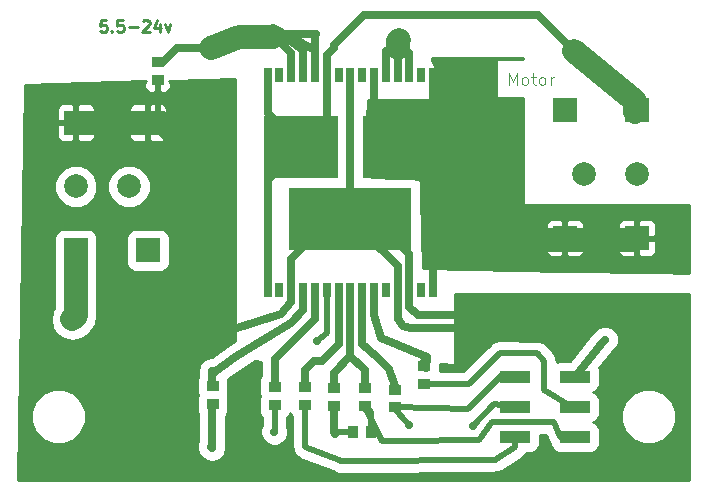
<source format=gtl>
G04 (created by PCBNEW (2013-08-24 BZR 4298)-stable) date Wed 19 Mar 2014 03:55:45 AM PDT*
%MOIN*%
G04 Gerber Fmt 3.4, Leading zero omitted, Abs format*
%FSLAX34Y34*%
G01*
G70*
G90*
G04 APERTURE LIST*
%ADD10C,0.005906*%
%ADD11C,0.004921*%
%ADD12C,0.009843*%
%ADD13R,0.039400X0.035400*%
%ADD14R,0.035400X0.039400*%
%ADD15C,0.078700*%
%ADD16R,0.078700X0.078700*%
%ADD17R,0.100000X0.039000*%
%ADD18R,0.026378X0.051181*%
%ADD19R,0.245276X0.206693*%
%ADD20R,0.405512X0.206693*%
%ADD21C,0.019685*%
%ADD22C,0.027559*%
%ADD23C,0.019685*%
%ADD24C,0.027559*%
%ADD25C,0.078740*%
%ADD26C,0.010000*%
G04 APERTURE END LIST*
G54D10*
G54D11*
X63057Y-38170D02*
X63057Y-37776D01*
X63188Y-38057D01*
X63320Y-37776D01*
X63320Y-38170D01*
X63563Y-38170D02*
X63526Y-38151D01*
X63507Y-38132D01*
X63488Y-38095D01*
X63488Y-37982D01*
X63507Y-37945D01*
X63526Y-37926D01*
X63563Y-37907D01*
X63620Y-37907D01*
X63657Y-37926D01*
X63676Y-37945D01*
X63695Y-37982D01*
X63695Y-38095D01*
X63676Y-38132D01*
X63657Y-38151D01*
X63620Y-38170D01*
X63563Y-38170D01*
X63807Y-37907D02*
X63957Y-37907D01*
X63863Y-37776D02*
X63863Y-38113D01*
X63882Y-38151D01*
X63920Y-38170D01*
X63957Y-38170D01*
X64145Y-38170D02*
X64107Y-38151D01*
X64088Y-38132D01*
X64070Y-38095D01*
X64070Y-37982D01*
X64088Y-37945D01*
X64107Y-37926D01*
X64145Y-37907D01*
X64201Y-37907D01*
X64238Y-37926D01*
X64257Y-37945D01*
X64276Y-37982D01*
X64276Y-38095D01*
X64257Y-38132D01*
X64238Y-38151D01*
X64201Y-38170D01*
X64145Y-38170D01*
X64445Y-38170D02*
X64445Y-37907D01*
X64445Y-37982D02*
X64463Y-37945D01*
X64482Y-37926D01*
X64520Y-37907D01*
X64557Y-37907D01*
G54D12*
X49634Y-36004D02*
X49446Y-36004D01*
X49428Y-36192D01*
X49446Y-36173D01*
X49484Y-36154D01*
X49578Y-36154D01*
X49615Y-36173D01*
X49634Y-36192D01*
X49653Y-36229D01*
X49653Y-36323D01*
X49634Y-36361D01*
X49615Y-36379D01*
X49578Y-36398D01*
X49484Y-36398D01*
X49446Y-36379D01*
X49428Y-36361D01*
X49821Y-36361D02*
X49840Y-36379D01*
X49821Y-36398D01*
X49803Y-36379D01*
X49821Y-36361D01*
X49821Y-36398D01*
X50196Y-36004D02*
X50009Y-36004D01*
X49990Y-36192D01*
X50009Y-36173D01*
X50046Y-36154D01*
X50140Y-36154D01*
X50178Y-36173D01*
X50196Y-36192D01*
X50215Y-36229D01*
X50215Y-36323D01*
X50196Y-36361D01*
X50178Y-36379D01*
X50140Y-36398D01*
X50046Y-36398D01*
X50009Y-36379D01*
X49990Y-36361D01*
X50384Y-36248D02*
X50684Y-36248D01*
X50853Y-36042D02*
X50871Y-36023D01*
X50909Y-36004D01*
X51002Y-36004D01*
X51040Y-36023D01*
X51059Y-36042D01*
X51077Y-36079D01*
X51077Y-36117D01*
X51059Y-36173D01*
X50834Y-36398D01*
X51077Y-36398D01*
X51415Y-36136D02*
X51415Y-36398D01*
X51321Y-35986D02*
X51227Y-36267D01*
X51471Y-36267D01*
X51584Y-36136D02*
X51677Y-36398D01*
X51771Y-36136D01*
G54D13*
X57240Y-48263D03*
X57240Y-48855D03*
X58244Y-48274D03*
X58244Y-48866D03*
X60236Y-48130D03*
X60236Y-47538D03*
X56255Y-48231D03*
X56255Y-48823D03*
X53185Y-48207D03*
X53185Y-48799D03*
X59251Y-48918D03*
X59251Y-48326D03*
X55244Y-48835D03*
X55244Y-48243D03*
G54D14*
X57853Y-49724D03*
X58445Y-49724D03*
G54D13*
X51346Y-37400D03*
X51346Y-37992D03*
G54D15*
X65550Y-41141D03*
G54D16*
X67322Y-43271D03*
X64920Y-43271D03*
X67322Y-39009D03*
X64920Y-39009D03*
G54D15*
X67322Y-41141D03*
G54D17*
X63259Y-47901D03*
X63259Y-48901D03*
X63259Y-49901D03*
X65259Y-49901D03*
X65259Y-48901D03*
X65259Y-47901D03*
G54D15*
X50394Y-41551D03*
G54D16*
X48622Y-39421D03*
X51024Y-39421D03*
X48622Y-43683D03*
X51024Y-43683D03*
G54D15*
X48622Y-41551D03*
G54D18*
X58165Y-37842D03*
X58559Y-37842D03*
X58952Y-37842D03*
X59346Y-37842D03*
X59740Y-37842D03*
X60133Y-37842D03*
X60527Y-37842D03*
X60527Y-45007D03*
X60133Y-45007D03*
X59740Y-45007D03*
X59346Y-45007D03*
X58952Y-45007D03*
X58559Y-45007D03*
X58165Y-45007D03*
X55015Y-45007D03*
X55409Y-45007D03*
X55803Y-45007D03*
X56196Y-45007D03*
X56590Y-45007D03*
X56984Y-45007D03*
X57377Y-45007D03*
X57771Y-45007D03*
X57771Y-37842D03*
X57377Y-37842D03*
X56984Y-37842D03*
X56590Y-37842D03*
X56196Y-37842D03*
X55803Y-37842D03*
X55409Y-37842D03*
X55015Y-37842D03*
G54D19*
X56131Y-40224D03*
X59411Y-40224D03*
G54D20*
X57771Y-42625D03*
G54D21*
X55147Y-39437D03*
X55541Y-39437D03*
X55935Y-39437D03*
X56328Y-39437D03*
X56722Y-39437D03*
X57116Y-39437D03*
X60395Y-39437D03*
X60001Y-39437D03*
X59608Y-39437D03*
X59214Y-39437D03*
X58820Y-39437D03*
X58427Y-39437D03*
X60395Y-39830D03*
X60001Y-39830D03*
X59608Y-39830D03*
X59214Y-39830D03*
X58820Y-39830D03*
X58427Y-39830D03*
X57116Y-39830D03*
X56722Y-39830D03*
X56328Y-39830D03*
X55935Y-39830D03*
X55541Y-39830D03*
X55147Y-39830D03*
X58427Y-40224D03*
X58820Y-40224D03*
X59214Y-40224D03*
X59608Y-40224D03*
X60001Y-40224D03*
X60395Y-40224D03*
X57116Y-40224D03*
X56722Y-40224D03*
X56328Y-40224D03*
X55935Y-40224D03*
X55541Y-40224D03*
X55147Y-40224D03*
X55147Y-40618D03*
X55541Y-40618D03*
X55935Y-40618D03*
X56328Y-40618D03*
X56722Y-40618D03*
X57116Y-40618D03*
X58427Y-40618D03*
X58820Y-40618D03*
X59214Y-40618D03*
X59608Y-40618D03*
X60001Y-40618D03*
X60395Y-40618D03*
X55147Y-41011D03*
X55541Y-41011D03*
X55935Y-41011D03*
X56328Y-41011D03*
X56722Y-41011D03*
X57116Y-41011D03*
X58427Y-41011D03*
X58820Y-41011D03*
X59214Y-41011D03*
X59608Y-41011D03*
X60001Y-41011D03*
X60395Y-41011D03*
X58362Y-41838D03*
X58755Y-41838D03*
X59149Y-41838D03*
X59543Y-41838D03*
X59543Y-42232D03*
X59149Y-42232D03*
X58755Y-42232D03*
X58362Y-42232D03*
X59543Y-42625D03*
X59149Y-42625D03*
X58755Y-42625D03*
X58362Y-42625D03*
X58362Y-43019D03*
X58755Y-43019D03*
X59149Y-43019D03*
X59543Y-43019D03*
X58362Y-43413D03*
X58755Y-43413D03*
X59149Y-43413D03*
X59543Y-43413D03*
X57968Y-43413D03*
X57574Y-43413D03*
X57181Y-43413D03*
X56787Y-43413D03*
X56393Y-43413D03*
X56000Y-43413D03*
X57968Y-43019D03*
X57574Y-43019D03*
X57181Y-43019D03*
X56787Y-43019D03*
X56393Y-43019D03*
X56000Y-43019D03*
X56000Y-42625D03*
X56393Y-42625D03*
X56787Y-42625D03*
X57181Y-42625D03*
X57574Y-42625D03*
X57968Y-42625D03*
X56000Y-42232D03*
X56393Y-42232D03*
X56787Y-42232D03*
X57181Y-42232D03*
X57574Y-42232D03*
X57968Y-42232D03*
X57968Y-41838D03*
X57574Y-41838D03*
X57181Y-41838D03*
X56787Y-41838D03*
X56393Y-41838D03*
X56000Y-41838D03*
G54D22*
X55236Y-49724D03*
X59724Y-49488D03*
X48503Y-45984D03*
X66259Y-46653D03*
X59389Y-36681D03*
X56661Y-46688D03*
X57267Y-49787D03*
X53129Y-36944D03*
X65220Y-37039D03*
X61850Y-49527D03*
X53110Y-50236D03*
G54D23*
X59251Y-48918D02*
X59188Y-48918D01*
X55244Y-49716D02*
X55244Y-48835D01*
X55236Y-49724D02*
X55244Y-49716D01*
X59188Y-48918D02*
X59724Y-49488D01*
X63259Y-47901D02*
X62850Y-47818D01*
X61704Y-48965D02*
X59251Y-48918D01*
X62850Y-47818D02*
X61704Y-48965D01*
G54D24*
X58255Y-48195D02*
X58255Y-47685D01*
X58255Y-47685D02*
X57771Y-47200D01*
X57212Y-47759D02*
X57212Y-48180D01*
X57771Y-47200D02*
X57212Y-47759D01*
X57771Y-45007D02*
X57771Y-47200D01*
G54D23*
X57853Y-49724D02*
X57330Y-49724D01*
X57330Y-49724D02*
X57267Y-49787D01*
G54D25*
X48622Y-43683D02*
X48622Y-45866D01*
X48622Y-45866D02*
X48503Y-45984D01*
G54D24*
X65259Y-47901D02*
X66157Y-46755D01*
X66157Y-46755D02*
X66259Y-46653D01*
G54D25*
X59355Y-36920D02*
X59355Y-36715D01*
X59355Y-36715D02*
X59389Y-36681D01*
G54D24*
X51346Y-37400D02*
X51536Y-37400D01*
X51992Y-36944D02*
X53129Y-36944D01*
X51536Y-37400D02*
X51992Y-36944D01*
G54D23*
X56984Y-45007D02*
X56984Y-46440D01*
X56984Y-46440D02*
X56661Y-46688D01*
G54D24*
X55803Y-37094D02*
X55803Y-37842D01*
X56196Y-37015D02*
X56196Y-37842D01*
X56590Y-37842D02*
X56590Y-37000D01*
X58956Y-37051D02*
X58952Y-37842D01*
X59346Y-37842D02*
X59355Y-36920D01*
X59734Y-37098D02*
X59740Y-37842D01*
G54D25*
X55181Y-36570D02*
X54059Y-36555D01*
X54059Y-36555D02*
X53129Y-36944D01*
G54D24*
X56590Y-37000D02*
X56578Y-37000D01*
X55181Y-36275D02*
X55177Y-36555D01*
X55177Y-36555D02*
X55177Y-36622D01*
X56578Y-37000D02*
X55181Y-36275D01*
X55405Y-36696D02*
X55803Y-37094D01*
X55385Y-36405D02*
X55385Y-36440D01*
X55385Y-36440D02*
X56196Y-37015D01*
X55385Y-36476D02*
X55405Y-36366D01*
X55405Y-36366D02*
X55500Y-36461D01*
X57212Y-49732D02*
X57267Y-49787D01*
X57212Y-48930D02*
X57212Y-49732D01*
X55500Y-36461D02*
X56614Y-36461D01*
X56590Y-37000D02*
X56590Y-36485D01*
X56590Y-36485D02*
X56614Y-36461D01*
X59355Y-36920D02*
X59469Y-36940D01*
X59469Y-36940D02*
X59300Y-36963D01*
X59300Y-36963D02*
X58956Y-37051D01*
X59355Y-36920D02*
X59363Y-36940D01*
X59363Y-36940D02*
X59355Y-36920D01*
X59355Y-36920D02*
X59355Y-36928D01*
X59355Y-36928D02*
X59734Y-37098D01*
X56196Y-45007D02*
X56196Y-45681D01*
X56196Y-45681D02*
X55779Y-46098D01*
X55779Y-46098D02*
X53937Y-47244D01*
X53937Y-47244D02*
X53149Y-47795D01*
X53149Y-47795D02*
X53165Y-48109D01*
X53165Y-47688D02*
X53165Y-48109D01*
X58559Y-45838D02*
X58559Y-45007D01*
X58793Y-46609D02*
X58559Y-45838D01*
X60314Y-47244D02*
X58793Y-46609D01*
X60303Y-47586D02*
X60314Y-47244D01*
X60200Y-47432D02*
X60303Y-47586D01*
X57216Y-36948D02*
X57216Y-36850D01*
G54D25*
X67271Y-38696D02*
X65220Y-37039D01*
X67271Y-38696D02*
X67271Y-39068D01*
G54D24*
X64031Y-35850D02*
X65220Y-37039D01*
X58216Y-35850D02*
X64031Y-35850D01*
X57216Y-36850D02*
X58216Y-35850D01*
X56984Y-37842D02*
X56984Y-39372D01*
X55015Y-37842D02*
X55015Y-39108D01*
X55015Y-39108D02*
X56131Y-40224D01*
X56984Y-37842D02*
X56984Y-37181D01*
X56984Y-37181D02*
X57216Y-36948D01*
X57216Y-36948D02*
X57224Y-36940D01*
X56984Y-39372D02*
X56131Y-40224D01*
X55015Y-45007D02*
X55015Y-41340D01*
X55015Y-41340D02*
X56131Y-40224D01*
G54D25*
X67271Y-43330D02*
X64869Y-43330D01*
X60527Y-43334D02*
X64865Y-43334D01*
G54D23*
X64865Y-43334D02*
X64869Y-43330D01*
G54D24*
X58559Y-37842D02*
X58559Y-39372D01*
X60527Y-37842D02*
X60527Y-39108D01*
X60527Y-45007D02*
X60527Y-43334D01*
X60527Y-43334D02*
X60527Y-41340D01*
X60527Y-41340D02*
X59411Y-40224D01*
X60527Y-39108D02*
X59411Y-40224D01*
X58559Y-39372D02*
X59411Y-40224D01*
G54D23*
X63259Y-48901D02*
X62559Y-48818D01*
X62559Y-48818D02*
X61850Y-49527D01*
X53110Y-50236D02*
X53165Y-50181D01*
X53165Y-50181D02*
X53165Y-50157D01*
X53165Y-50157D02*
X53165Y-50283D01*
G54D24*
X53165Y-50283D02*
X53165Y-50283D01*
X53165Y-50283D02*
X53165Y-48859D01*
G54D23*
X65259Y-48901D02*
X65149Y-48909D01*
X61711Y-48130D02*
X60236Y-48130D01*
X62763Y-47090D02*
X61711Y-48130D01*
X63996Y-47118D02*
X62763Y-47090D01*
X64228Y-47385D02*
X63996Y-47118D01*
X64228Y-48330D02*
X64228Y-47385D01*
X65149Y-48909D02*
X64228Y-48330D01*
X58445Y-49724D02*
X58445Y-49068D01*
X58445Y-49068D02*
X58244Y-48866D01*
X59346Y-50039D02*
X62055Y-50011D01*
X58814Y-50039D02*
X59346Y-50039D01*
X58445Y-49291D02*
X58814Y-50039D01*
X58244Y-48945D02*
X58445Y-49291D01*
X64771Y-49909D02*
X65259Y-49901D01*
X64566Y-49409D02*
X64771Y-49909D01*
X62488Y-49397D02*
X64566Y-49409D01*
X62055Y-50011D02*
X62488Y-49397D01*
X57444Y-50712D02*
X62598Y-50669D01*
X62598Y-50669D02*
X63267Y-50236D01*
X63267Y-50236D02*
X63259Y-49901D01*
X56255Y-48902D02*
X56255Y-50224D01*
X57401Y-50669D02*
X56255Y-50224D01*
X57444Y-50712D02*
X57401Y-50669D01*
G54D24*
X59267Y-48187D02*
X59055Y-47637D01*
X59055Y-47637D02*
X59043Y-47625D01*
X58661Y-47244D02*
X59043Y-47625D01*
X58161Y-46799D02*
X58661Y-47244D01*
X58165Y-45007D02*
X58161Y-46799D01*
X55251Y-48140D02*
X55251Y-47295D01*
X55251Y-47295D02*
X55956Y-46590D01*
X55956Y-46590D02*
X56590Y-45956D01*
X56590Y-45956D02*
X56590Y-45007D01*
X56255Y-47673D02*
X56255Y-48152D01*
X56570Y-47358D02*
X56255Y-47673D01*
X56834Y-47358D02*
X56570Y-47358D01*
X57377Y-46814D02*
X56834Y-47358D01*
X57377Y-45007D02*
X57377Y-46814D01*
X59370Y-45984D02*
X59530Y-46198D01*
X59346Y-45657D02*
X59370Y-45984D01*
X59346Y-45007D02*
X59346Y-45657D01*
X59763Y-46259D02*
X62913Y-46259D01*
X59530Y-46198D02*
X59763Y-46259D01*
X60019Y-45838D02*
X64200Y-45838D01*
X64200Y-45838D02*
X64251Y-45787D01*
X59740Y-45007D02*
X59740Y-45559D01*
X59740Y-45559D02*
X60019Y-45838D01*
G54D23*
X51346Y-37992D02*
X51346Y-39098D01*
X51346Y-39098D02*
X51024Y-39421D01*
G54D24*
X51024Y-39421D02*
X51519Y-39421D01*
X55803Y-45405D02*
X55472Y-45787D01*
X55472Y-45787D02*
X53877Y-46318D01*
X53877Y-46318D02*
X52871Y-46200D01*
X55803Y-45405D02*
X55803Y-45007D01*
X52314Y-45157D02*
X52871Y-46200D01*
G54D25*
X52314Y-40216D02*
X52314Y-45157D01*
X51519Y-39421D02*
X52314Y-40216D01*
X51024Y-39421D02*
X48622Y-39421D01*
G54D24*
X57771Y-37842D02*
X57771Y-42625D01*
X59740Y-45007D02*
X59740Y-43799D01*
X59740Y-43799D02*
X58566Y-42625D01*
X58566Y-42625D02*
X57771Y-42625D01*
X59346Y-45007D02*
X59346Y-44200D01*
X59346Y-44200D02*
X57771Y-42625D01*
X55803Y-45007D02*
X55803Y-43980D01*
X57157Y-42625D02*
X57771Y-42625D01*
X55803Y-43980D02*
X57157Y-42625D01*
G54D10*
G36*
X69044Y-44437D02*
X67966Y-44417D01*
X67966Y-43714D01*
X67966Y-43615D01*
X67966Y-43384D01*
X67966Y-43159D01*
X67966Y-42927D01*
X67966Y-42828D01*
X67928Y-42736D01*
X67857Y-42666D01*
X67766Y-42628D01*
X67435Y-42628D01*
X67372Y-42690D01*
X67372Y-43221D01*
X67903Y-43221D01*
X67966Y-43159D01*
X67966Y-43384D01*
X67903Y-43321D01*
X67372Y-43321D01*
X67372Y-43852D01*
X67435Y-43915D01*
X67766Y-43915D01*
X67857Y-43877D01*
X67928Y-43806D01*
X67966Y-43714D01*
X67966Y-44417D01*
X67272Y-44405D01*
X67272Y-43852D01*
X67272Y-43321D01*
X67272Y-43221D01*
X67272Y-42690D01*
X67210Y-42628D01*
X66879Y-42628D01*
X66787Y-42666D01*
X66717Y-42736D01*
X66679Y-42828D01*
X66679Y-42927D01*
X66679Y-43159D01*
X66741Y-43221D01*
X67272Y-43221D01*
X67272Y-43321D01*
X66741Y-43321D01*
X66679Y-43384D01*
X66679Y-43615D01*
X66679Y-43714D01*
X66717Y-43806D01*
X66787Y-43877D01*
X66879Y-43915D01*
X67210Y-43915D01*
X67272Y-43852D01*
X67272Y-44405D01*
X65564Y-44374D01*
X65564Y-43714D01*
X65564Y-43615D01*
X65564Y-43384D01*
X65564Y-43159D01*
X65564Y-42927D01*
X65564Y-42828D01*
X65526Y-42736D01*
X65455Y-42666D01*
X65364Y-42628D01*
X65033Y-42628D01*
X64970Y-42690D01*
X64970Y-43221D01*
X65501Y-43221D01*
X65564Y-43159D01*
X65564Y-43384D01*
X65501Y-43321D01*
X64970Y-43321D01*
X64970Y-43852D01*
X65033Y-43915D01*
X65364Y-43915D01*
X65455Y-43877D01*
X65526Y-43806D01*
X65564Y-43714D01*
X65564Y-44374D01*
X64870Y-44362D01*
X64870Y-43852D01*
X64870Y-43321D01*
X64870Y-43221D01*
X64870Y-42690D01*
X64808Y-42628D01*
X64477Y-42628D01*
X64385Y-42666D01*
X64315Y-42736D01*
X64277Y-42828D01*
X64277Y-42927D01*
X64277Y-43159D01*
X64339Y-43221D01*
X64870Y-43221D01*
X64870Y-43321D01*
X64339Y-43321D01*
X64277Y-43384D01*
X64277Y-43615D01*
X64277Y-43714D01*
X64315Y-43806D01*
X64385Y-43877D01*
X64477Y-43915D01*
X64808Y-43915D01*
X64870Y-43852D01*
X64870Y-44362D01*
X60203Y-44278D01*
X60203Y-43799D01*
X60173Y-43650D01*
X60139Y-41322D01*
X59976Y-41313D01*
X59863Y-41266D01*
X59734Y-41266D01*
X59141Y-41266D01*
X58240Y-41216D01*
X58347Y-38660D01*
X60483Y-38660D01*
X60483Y-38341D01*
X60541Y-38282D01*
X60591Y-38163D01*
X60591Y-38033D01*
X60591Y-37521D01*
X60541Y-37402D01*
X60483Y-37343D01*
X60483Y-37254D01*
X63532Y-37254D01*
X63532Y-37317D01*
X62613Y-37317D01*
X62613Y-38617D01*
X63532Y-38617D01*
X63532Y-41141D01*
X63532Y-42175D01*
X69044Y-42175D01*
X69044Y-44437D01*
X69044Y-44437D01*
G37*
G54D26*
X69044Y-44437D02*
X67966Y-44417D01*
X67966Y-43714D01*
X67966Y-43615D01*
X67966Y-43384D01*
X67966Y-43159D01*
X67966Y-42927D01*
X67966Y-42828D01*
X67928Y-42736D01*
X67857Y-42666D01*
X67766Y-42628D01*
X67435Y-42628D01*
X67372Y-42690D01*
X67372Y-43221D01*
X67903Y-43221D01*
X67966Y-43159D01*
X67966Y-43384D01*
X67903Y-43321D01*
X67372Y-43321D01*
X67372Y-43852D01*
X67435Y-43915D01*
X67766Y-43915D01*
X67857Y-43877D01*
X67928Y-43806D01*
X67966Y-43714D01*
X67966Y-44417D01*
X67272Y-44405D01*
X67272Y-43852D01*
X67272Y-43321D01*
X67272Y-43221D01*
X67272Y-42690D01*
X67210Y-42628D01*
X66879Y-42628D01*
X66787Y-42666D01*
X66717Y-42736D01*
X66679Y-42828D01*
X66679Y-42927D01*
X66679Y-43159D01*
X66741Y-43221D01*
X67272Y-43221D01*
X67272Y-43321D01*
X66741Y-43321D01*
X66679Y-43384D01*
X66679Y-43615D01*
X66679Y-43714D01*
X66717Y-43806D01*
X66787Y-43877D01*
X66879Y-43915D01*
X67210Y-43915D01*
X67272Y-43852D01*
X67272Y-44405D01*
X65564Y-44374D01*
X65564Y-43714D01*
X65564Y-43615D01*
X65564Y-43384D01*
X65564Y-43159D01*
X65564Y-42927D01*
X65564Y-42828D01*
X65526Y-42736D01*
X65455Y-42666D01*
X65364Y-42628D01*
X65033Y-42628D01*
X64970Y-42690D01*
X64970Y-43221D01*
X65501Y-43221D01*
X65564Y-43159D01*
X65564Y-43384D01*
X65501Y-43321D01*
X64970Y-43321D01*
X64970Y-43852D01*
X65033Y-43915D01*
X65364Y-43915D01*
X65455Y-43877D01*
X65526Y-43806D01*
X65564Y-43714D01*
X65564Y-44374D01*
X64870Y-44362D01*
X64870Y-43852D01*
X64870Y-43321D01*
X64870Y-43221D01*
X64870Y-42690D01*
X64808Y-42628D01*
X64477Y-42628D01*
X64385Y-42666D01*
X64315Y-42736D01*
X64277Y-42828D01*
X64277Y-42927D01*
X64277Y-43159D01*
X64339Y-43221D01*
X64870Y-43221D01*
X64870Y-43321D01*
X64339Y-43321D01*
X64277Y-43384D01*
X64277Y-43615D01*
X64277Y-43714D01*
X64315Y-43806D01*
X64385Y-43877D01*
X64477Y-43915D01*
X64808Y-43915D01*
X64870Y-43852D01*
X64870Y-44362D01*
X60203Y-44278D01*
X60203Y-43799D01*
X60173Y-43650D01*
X60139Y-41322D01*
X59976Y-41313D01*
X59863Y-41266D01*
X59734Y-41266D01*
X59141Y-41266D01*
X58240Y-41216D01*
X58347Y-38660D01*
X60483Y-38660D01*
X60483Y-38341D01*
X60541Y-38282D01*
X60591Y-38163D01*
X60591Y-38033D01*
X60591Y-37521D01*
X60541Y-37402D01*
X60483Y-37343D01*
X60483Y-37254D01*
X63532Y-37254D01*
X63532Y-37317D01*
X62613Y-37317D01*
X62613Y-38617D01*
X63532Y-38617D01*
X63532Y-41141D01*
X63532Y-42175D01*
X69044Y-42175D01*
X69044Y-44437D01*
G54D10*
G36*
X69044Y-51327D02*
X68632Y-51327D01*
X68632Y-49031D01*
X68493Y-48694D01*
X68236Y-48436D01*
X67899Y-48296D01*
X67535Y-48296D01*
X67198Y-48435D01*
X66940Y-48692D01*
X66800Y-49029D01*
X66800Y-49394D01*
X66939Y-49730D01*
X67196Y-49988D01*
X67533Y-50128D01*
X67897Y-50128D01*
X68234Y-49989D01*
X68492Y-49732D01*
X68632Y-49395D01*
X68632Y-49031D01*
X68632Y-51327D01*
X51793Y-51327D01*
X51743Y-51327D01*
X51743Y-44141D01*
X51743Y-44011D01*
X51743Y-43224D01*
X51693Y-43105D01*
X51667Y-43079D01*
X51667Y-39864D01*
X51667Y-39764D01*
X51667Y-39533D01*
X51667Y-39308D01*
X51667Y-39077D01*
X51667Y-38977D01*
X51629Y-38886D01*
X51559Y-38815D01*
X51467Y-38777D01*
X51136Y-38777D01*
X51074Y-38840D01*
X51074Y-39371D01*
X51605Y-39371D01*
X51667Y-39308D01*
X51667Y-39533D01*
X51605Y-39471D01*
X51074Y-39471D01*
X51074Y-40002D01*
X51136Y-40064D01*
X51467Y-40064D01*
X51559Y-40026D01*
X51629Y-39956D01*
X51667Y-39864D01*
X51667Y-43079D01*
X51601Y-43013D01*
X51482Y-42964D01*
X51352Y-42964D01*
X51113Y-42964D01*
X51113Y-41408D01*
X51003Y-41144D01*
X50974Y-41114D01*
X50974Y-40002D01*
X50974Y-39471D01*
X50974Y-39371D01*
X50974Y-38840D01*
X50911Y-38777D01*
X50580Y-38777D01*
X50488Y-38815D01*
X50418Y-38886D01*
X50380Y-38977D01*
X50380Y-39077D01*
X50380Y-39308D01*
X50443Y-39371D01*
X50974Y-39371D01*
X50974Y-39471D01*
X50443Y-39471D01*
X50380Y-39533D01*
X50380Y-39764D01*
X50380Y-39864D01*
X50418Y-39956D01*
X50488Y-40026D01*
X50580Y-40064D01*
X50911Y-40064D01*
X50974Y-40002D01*
X50974Y-41114D01*
X50801Y-40941D01*
X50537Y-40832D01*
X50251Y-40831D01*
X49987Y-40941D01*
X49784Y-41143D01*
X49675Y-41407D01*
X49674Y-41693D01*
X49784Y-41957D01*
X49986Y-42160D01*
X50250Y-42270D01*
X50536Y-42270D01*
X50800Y-42161D01*
X51003Y-41959D01*
X51112Y-41694D01*
X51113Y-41408D01*
X51113Y-42964D01*
X50565Y-42964D01*
X50446Y-43013D01*
X50354Y-43105D01*
X50304Y-43224D01*
X50304Y-43354D01*
X50304Y-44141D01*
X50354Y-44261D01*
X50446Y-44352D01*
X50565Y-44402D01*
X50695Y-44402D01*
X51482Y-44402D01*
X51601Y-44352D01*
X51693Y-44261D01*
X51743Y-44141D01*
X51743Y-51327D01*
X49341Y-51327D01*
X49341Y-45866D01*
X49341Y-43683D01*
X49341Y-43682D01*
X49341Y-41408D01*
X49265Y-41225D01*
X49265Y-39864D01*
X49265Y-39764D01*
X49265Y-39533D01*
X49265Y-39308D01*
X49265Y-39077D01*
X49265Y-38977D01*
X49227Y-38886D01*
X49157Y-38815D01*
X49065Y-38777D01*
X48734Y-38777D01*
X48672Y-38840D01*
X48672Y-39371D01*
X49203Y-39371D01*
X49265Y-39308D01*
X49265Y-39533D01*
X49203Y-39471D01*
X48672Y-39471D01*
X48672Y-40002D01*
X48734Y-40064D01*
X49065Y-40064D01*
X49157Y-40026D01*
X49227Y-39956D01*
X49265Y-39864D01*
X49265Y-41225D01*
X49231Y-41144D01*
X49029Y-40941D01*
X48765Y-40832D01*
X48572Y-40832D01*
X48572Y-40002D01*
X48572Y-39471D01*
X48572Y-39371D01*
X48572Y-38840D01*
X48509Y-38777D01*
X48178Y-38777D01*
X48086Y-38815D01*
X48016Y-38886D01*
X47978Y-38977D01*
X47978Y-39077D01*
X47978Y-39308D01*
X48041Y-39371D01*
X48572Y-39371D01*
X48572Y-39471D01*
X48041Y-39471D01*
X47978Y-39533D01*
X47978Y-39764D01*
X47978Y-39864D01*
X48016Y-39956D01*
X48086Y-40026D01*
X48178Y-40064D01*
X48509Y-40064D01*
X48572Y-40002D01*
X48572Y-40832D01*
X48479Y-40831D01*
X48215Y-40941D01*
X48012Y-41143D01*
X47903Y-41407D01*
X47902Y-41693D01*
X48012Y-41957D01*
X48214Y-42160D01*
X48478Y-42270D01*
X48764Y-42270D01*
X49028Y-42161D01*
X49231Y-41959D01*
X49340Y-41694D01*
X49341Y-41408D01*
X49341Y-43682D01*
X49341Y-43682D01*
X49341Y-43224D01*
X49291Y-43105D01*
X49199Y-43013D01*
X49080Y-42964D01*
X48950Y-42964D01*
X48623Y-42964D01*
X48622Y-42963D01*
X48620Y-42964D01*
X48163Y-42964D01*
X48044Y-43013D01*
X47952Y-43105D01*
X47902Y-43224D01*
X47902Y-43354D01*
X47902Y-43682D01*
X47902Y-43683D01*
X47902Y-45614D01*
X47839Y-45708D01*
X47784Y-45984D01*
X47839Y-46259D01*
X47995Y-46492D01*
X48228Y-46648D01*
X48503Y-46703D01*
X48779Y-46648D01*
X49012Y-46492D01*
X49130Y-46374D01*
X49286Y-46141D01*
X49341Y-45866D01*
X49341Y-51327D01*
X48947Y-51327D01*
X48947Y-49031D01*
X48808Y-48694D01*
X48551Y-48436D01*
X48214Y-48296D01*
X47850Y-48296D01*
X47513Y-48435D01*
X47255Y-48692D01*
X47115Y-49029D01*
X47115Y-49394D01*
X47254Y-49730D01*
X47511Y-49988D01*
X47848Y-50128D01*
X48212Y-50128D01*
X48549Y-49989D01*
X48807Y-49732D01*
X48947Y-49395D01*
X48947Y-49031D01*
X48947Y-51327D01*
X46704Y-51327D01*
X46938Y-38158D01*
X50957Y-38047D01*
X50899Y-38105D01*
X50899Y-38219D01*
X50937Y-38311D01*
X51007Y-38381D01*
X51099Y-38419D01*
X51199Y-38419D01*
X51233Y-38419D01*
X51296Y-38357D01*
X51296Y-38042D01*
X51288Y-38042D01*
X51288Y-38038D01*
X51404Y-38034D01*
X51404Y-38042D01*
X51396Y-38042D01*
X51396Y-38357D01*
X51458Y-38419D01*
X51493Y-38419D01*
X51593Y-38419D01*
X51685Y-38381D01*
X51755Y-38311D01*
X51793Y-38219D01*
X51793Y-38105D01*
X51730Y-38042D01*
X51793Y-38042D01*
X51793Y-38024D01*
X53926Y-37964D01*
X53926Y-46705D01*
X53692Y-46850D01*
X53682Y-46859D01*
X53671Y-46864D01*
X53151Y-47228D01*
X52988Y-47260D01*
X52837Y-47361D01*
X52737Y-47511D01*
X52701Y-47688D01*
X52701Y-47692D01*
X52693Y-47714D01*
X52694Y-47766D01*
X52686Y-47818D01*
X52690Y-47897D01*
X52662Y-47966D01*
X52662Y-48095D01*
X52662Y-48449D01*
X52684Y-48503D01*
X52662Y-48558D01*
X52662Y-48687D01*
X52662Y-49041D01*
X52701Y-49137D01*
X52701Y-50011D01*
X52646Y-50143D01*
X52646Y-50327D01*
X52717Y-50498D01*
X52847Y-50628D01*
X52891Y-50647D01*
X52988Y-50711D01*
X53165Y-50746D01*
X53342Y-50711D01*
X53493Y-50611D01*
X53593Y-50460D01*
X53628Y-50283D01*
X53628Y-49190D01*
X53658Y-49161D01*
X53707Y-49041D01*
X53707Y-48912D01*
X53707Y-48558D01*
X53685Y-48503D01*
X53707Y-48449D01*
X53707Y-48320D01*
X53707Y-47970D01*
X54192Y-47630D01*
X54591Y-47382D01*
X54788Y-47386D01*
X54788Y-47864D01*
X54771Y-47881D01*
X54721Y-48001D01*
X54721Y-48131D01*
X54721Y-48485D01*
X54743Y-48539D01*
X54721Y-48593D01*
X54721Y-48723D01*
X54721Y-49077D01*
X54771Y-49196D01*
X54820Y-49245D01*
X54820Y-49518D01*
X54772Y-49631D01*
X54772Y-49816D01*
X54843Y-49986D01*
X54973Y-50117D01*
X55143Y-50187D01*
X55327Y-50187D01*
X55498Y-50117D01*
X55628Y-49987D01*
X55699Y-49816D01*
X55699Y-49632D01*
X55668Y-49556D01*
X55668Y-49245D01*
X55717Y-49196D01*
X55752Y-49111D01*
X55782Y-49184D01*
X55831Y-49233D01*
X55831Y-50224D01*
X55832Y-50229D01*
X55831Y-50233D01*
X55848Y-50310D01*
X55864Y-50386D01*
X55866Y-50390D01*
X55867Y-50395D01*
X55912Y-50459D01*
X55956Y-50524D01*
X55960Y-50526D01*
X55962Y-50530D01*
X56028Y-50572D01*
X56093Y-50616D01*
X56098Y-50617D01*
X56102Y-50619D01*
X57187Y-51040D01*
X57215Y-51059D01*
X57282Y-51104D01*
X57284Y-51104D01*
X57285Y-51105D01*
X57365Y-51120D01*
X57444Y-51136D01*
X57446Y-51136D01*
X57448Y-51136D01*
X62601Y-51093D01*
X62638Y-51085D01*
X62675Y-51086D01*
X62718Y-51069D01*
X62763Y-51059D01*
X62794Y-51038D01*
X62828Y-51025D01*
X63498Y-50592D01*
X63533Y-50557D01*
X63574Y-50528D01*
X63592Y-50500D01*
X63616Y-50476D01*
X63636Y-50431D01*
X63642Y-50422D01*
X63824Y-50422D01*
X63944Y-50372D01*
X64035Y-50281D01*
X64085Y-50161D01*
X64085Y-50031D01*
X64085Y-49830D01*
X64281Y-49831D01*
X64379Y-50070D01*
X64381Y-50073D01*
X64382Y-50078D01*
X64427Y-50142D01*
X64434Y-50153D01*
X64434Y-50161D01*
X64483Y-50281D01*
X64575Y-50372D01*
X64695Y-50422D01*
X64824Y-50422D01*
X65824Y-50422D01*
X65944Y-50372D01*
X66035Y-50281D01*
X66085Y-50161D01*
X66085Y-50031D01*
X66085Y-49641D01*
X66035Y-49522D01*
X65944Y-49430D01*
X65874Y-49401D01*
X65944Y-49372D01*
X66035Y-49281D01*
X66085Y-49161D01*
X66085Y-49031D01*
X66085Y-48641D01*
X66035Y-48522D01*
X65944Y-48430D01*
X65874Y-48401D01*
X65944Y-48372D01*
X66035Y-48281D01*
X66085Y-48161D01*
X66085Y-48031D01*
X66085Y-47641D01*
X66073Y-47613D01*
X66504Y-47063D01*
X66587Y-46981D01*
X66587Y-46981D01*
X66652Y-46916D01*
X66687Y-46830D01*
X66723Y-46746D01*
X66723Y-46653D01*
X66723Y-46653D01*
X66723Y-46653D01*
X66723Y-46561D01*
X66687Y-46476D01*
X66652Y-46391D01*
X66587Y-46325D01*
X66522Y-46260D01*
X66437Y-46225D01*
X66352Y-46190D01*
X66259Y-46190D01*
X66259Y-46190D01*
X66259Y-46190D01*
X66168Y-46190D01*
X65997Y-46260D01*
X65867Y-46390D01*
X65867Y-46390D01*
X65829Y-46428D01*
X65814Y-46451D01*
X65792Y-46470D01*
X65079Y-47380D01*
X64695Y-47380D01*
X64652Y-47398D01*
X64652Y-47385D01*
X64639Y-47319D01*
X64630Y-47251D01*
X64623Y-47238D01*
X64620Y-47223D01*
X64582Y-47167D01*
X64548Y-47107D01*
X64316Y-46840D01*
X64308Y-46833D01*
X64302Y-46825D01*
X64243Y-46783D01*
X64185Y-46738D01*
X64175Y-46736D01*
X64167Y-46730D01*
X64096Y-46714D01*
X64026Y-46695D01*
X64015Y-46696D01*
X64005Y-46694D01*
X62773Y-46666D01*
X62769Y-46667D01*
X62766Y-46666D01*
X62688Y-46681D01*
X62610Y-46695D01*
X62607Y-46697D01*
X62603Y-46697D01*
X62537Y-46741D01*
X62470Y-46784D01*
X62468Y-46787D01*
X62465Y-46789D01*
X61537Y-47706D01*
X60758Y-47706D01*
X60758Y-47650D01*
X60758Y-47634D01*
X60766Y-47602D01*
X60770Y-47483D01*
X61270Y-47491D01*
X61270Y-45128D01*
X69044Y-45128D01*
X69044Y-51327D01*
X69044Y-51327D01*
G37*
G54D26*
X69044Y-51327D02*
X68632Y-51327D01*
X68632Y-49031D01*
X68493Y-48694D01*
X68236Y-48436D01*
X67899Y-48296D01*
X67535Y-48296D01*
X67198Y-48435D01*
X66940Y-48692D01*
X66800Y-49029D01*
X66800Y-49394D01*
X66939Y-49730D01*
X67196Y-49988D01*
X67533Y-50128D01*
X67897Y-50128D01*
X68234Y-49989D01*
X68492Y-49732D01*
X68632Y-49395D01*
X68632Y-49031D01*
X68632Y-51327D01*
X51793Y-51327D01*
X51743Y-51327D01*
X51743Y-44141D01*
X51743Y-44011D01*
X51743Y-43224D01*
X51693Y-43105D01*
X51667Y-43079D01*
X51667Y-39864D01*
X51667Y-39764D01*
X51667Y-39533D01*
X51667Y-39308D01*
X51667Y-39077D01*
X51667Y-38977D01*
X51629Y-38886D01*
X51559Y-38815D01*
X51467Y-38777D01*
X51136Y-38777D01*
X51074Y-38840D01*
X51074Y-39371D01*
X51605Y-39371D01*
X51667Y-39308D01*
X51667Y-39533D01*
X51605Y-39471D01*
X51074Y-39471D01*
X51074Y-40002D01*
X51136Y-40064D01*
X51467Y-40064D01*
X51559Y-40026D01*
X51629Y-39956D01*
X51667Y-39864D01*
X51667Y-43079D01*
X51601Y-43013D01*
X51482Y-42964D01*
X51352Y-42964D01*
X51113Y-42964D01*
X51113Y-41408D01*
X51003Y-41144D01*
X50974Y-41114D01*
X50974Y-40002D01*
X50974Y-39471D01*
X50974Y-39371D01*
X50974Y-38840D01*
X50911Y-38777D01*
X50580Y-38777D01*
X50488Y-38815D01*
X50418Y-38886D01*
X50380Y-38977D01*
X50380Y-39077D01*
X50380Y-39308D01*
X50443Y-39371D01*
X50974Y-39371D01*
X50974Y-39471D01*
X50443Y-39471D01*
X50380Y-39533D01*
X50380Y-39764D01*
X50380Y-39864D01*
X50418Y-39956D01*
X50488Y-40026D01*
X50580Y-40064D01*
X50911Y-40064D01*
X50974Y-40002D01*
X50974Y-41114D01*
X50801Y-40941D01*
X50537Y-40832D01*
X50251Y-40831D01*
X49987Y-40941D01*
X49784Y-41143D01*
X49675Y-41407D01*
X49674Y-41693D01*
X49784Y-41957D01*
X49986Y-42160D01*
X50250Y-42270D01*
X50536Y-42270D01*
X50800Y-42161D01*
X51003Y-41959D01*
X51112Y-41694D01*
X51113Y-41408D01*
X51113Y-42964D01*
X50565Y-42964D01*
X50446Y-43013D01*
X50354Y-43105D01*
X50304Y-43224D01*
X50304Y-43354D01*
X50304Y-44141D01*
X50354Y-44261D01*
X50446Y-44352D01*
X50565Y-44402D01*
X50695Y-44402D01*
X51482Y-44402D01*
X51601Y-44352D01*
X51693Y-44261D01*
X51743Y-44141D01*
X51743Y-51327D01*
X49341Y-51327D01*
X49341Y-45866D01*
X49341Y-43683D01*
X49341Y-43682D01*
X49341Y-41408D01*
X49265Y-41225D01*
X49265Y-39864D01*
X49265Y-39764D01*
X49265Y-39533D01*
X49265Y-39308D01*
X49265Y-39077D01*
X49265Y-38977D01*
X49227Y-38886D01*
X49157Y-38815D01*
X49065Y-38777D01*
X48734Y-38777D01*
X48672Y-38840D01*
X48672Y-39371D01*
X49203Y-39371D01*
X49265Y-39308D01*
X49265Y-39533D01*
X49203Y-39471D01*
X48672Y-39471D01*
X48672Y-40002D01*
X48734Y-40064D01*
X49065Y-40064D01*
X49157Y-40026D01*
X49227Y-39956D01*
X49265Y-39864D01*
X49265Y-41225D01*
X49231Y-41144D01*
X49029Y-40941D01*
X48765Y-40832D01*
X48572Y-40832D01*
X48572Y-40002D01*
X48572Y-39471D01*
X48572Y-39371D01*
X48572Y-38840D01*
X48509Y-38777D01*
X48178Y-38777D01*
X48086Y-38815D01*
X48016Y-38886D01*
X47978Y-38977D01*
X47978Y-39077D01*
X47978Y-39308D01*
X48041Y-39371D01*
X48572Y-39371D01*
X48572Y-39471D01*
X48041Y-39471D01*
X47978Y-39533D01*
X47978Y-39764D01*
X47978Y-39864D01*
X48016Y-39956D01*
X48086Y-40026D01*
X48178Y-40064D01*
X48509Y-40064D01*
X48572Y-40002D01*
X48572Y-40832D01*
X48479Y-40831D01*
X48215Y-40941D01*
X48012Y-41143D01*
X47903Y-41407D01*
X47902Y-41693D01*
X48012Y-41957D01*
X48214Y-42160D01*
X48478Y-42270D01*
X48764Y-42270D01*
X49028Y-42161D01*
X49231Y-41959D01*
X49340Y-41694D01*
X49341Y-41408D01*
X49341Y-43682D01*
X49341Y-43682D01*
X49341Y-43224D01*
X49291Y-43105D01*
X49199Y-43013D01*
X49080Y-42964D01*
X48950Y-42964D01*
X48623Y-42964D01*
X48622Y-42963D01*
X48620Y-42964D01*
X48163Y-42964D01*
X48044Y-43013D01*
X47952Y-43105D01*
X47902Y-43224D01*
X47902Y-43354D01*
X47902Y-43682D01*
X47902Y-43683D01*
X47902Y-45614D01*
X47839Y-45708D01*
X47784Y-45984D01*
X47839Y-46259D01*
X47995Y-46492D01*
X48228Y-46648D01*
X48503Y-46703D01*
X48779Y-46648D01*
X49012Y-46492D01*
X49130Y-46374D01*
X49286Y-46141D01*
X49341Y-45866D01*
X49341Y-51327D01*
X48947Y-51327D01*
X48947Y-49031D01*
X48808Y-48694D01*
X48551Y-48436D01*
X48214Y-48296D01*
X47850Y-48296D01*
X47513Y-48435D01*
X47255Y-48692D01*
X47115Y-49029D01*
X47115Y-49394D01*
X47254Y-49730D01*
X47511Y-49988D01*
X47848Y-50128D01*
X48212Y-50128D01*
X48549Y-49989D01*
X48807Y-49732D01*
X48947Y-49395D01*
X48947Y-49031D01*
X48947Y-51327D01*
X46704Y-51327D01*
X46938Y-38158D01*
X50957Y-38047D01*
X50899Y-38105D01*
X50899Y-38219D01*
X50937Y-38311D01*
X51007Y-38381D01*
X51099Y-38419D01*
X51199Y-38419D01*
X51233Y-38419D01*
X51296Y-38357D01*
X51296Y-38042D01*
X51288Y-38042D01*
X51288Y-38038D01*
X51404Y-38034D01*
X51404Y-38042D01*
X51396Y-38042D01*
X51396Y-38357D01*
X51458Y-38419D01*
X51493Y-38419D01*
X51593Y-38419D01*
X51685Y-38381D01*
X51755Y-38311D01*
X51793Y-38219D01*
X51793Y-38105D01*
X51730Y-38042D01*
X51793Y-38042D01*
X51793Y-38024D01*
X53926Y-37964D01*
X53926Y-46705D01*
X53692Y-46850D01*
X53682Y-46859D01*
X53671Y-46864D01*
X53151Y-47228D01*
X52988Y-47260D01*
X52837Y-47361D01*
X52737Y-47511D01*
X52701Y-47688D01*
X52701Y-47692D01*
X52693Y-47714D01*
X52694Y-47766D01*
X52686Y-47818D01*
X52690Y-47897D01*
X52662Y-47966D01*
X52662Y-48095D01*
X52662Y-48449D01*
X52684Y-48503D01*
X52662Y-48558D01*
X52662Y-48687D01*
X52662Y-49041D01*
X52701Y-49137D01*
X52701Y-50011D01*
X52646Y-50143D01*
X52646Y-50327D01*
X52717Y-50498D01*
X52847Y-50628D01*
X52891Y-50647D01*
X52988Y-50711D01*
X53165Y-50746D01*
X53342Y-50711D01*
X53493Y-50611D01*
X53593Y-50460D01*
X53628Y-50283D01*
X53628Y-49190D01*
X53658Y-49161D01*
X53707Y-49041D01*
X53707Y-48912D01*
X53707Y-48558D01*
X53685Y-48503D01*
X53707Y-48449D01*
X53707Y-48320D01*
X53707Y-47970D01*
X54192Y-47630D01*
X54591Y-47382D01*
X54788Y-47386D01*
X54788Y-47864D01*
X54771Y-47881D01*
X54721Y-48001D01*
X54721Y-48131D01*
X54721Y-48485D01*
X54743Y-48539D01*
X54721Y-48593D01*
X54721Y-48723D01*
X54721Y-49077D01*
X54771Y-49196D01*
X54820Y-49245D01*
X54820Y-49518D01*
X54772Y-49631D01*
X54772Y-49816D01*
X54843Y-49986D01*
X54973Y-50117D01*
X55143Y-50187D01*
X55327Y-50187D01*
X55498Y-50117D01*
X55628Y-49987D01*
X55699Y-49816D01*
X55699Y-49632D01*
X55668Y-49556D01*
X55668Y-49245D01*
X55717Y-49196D01*
X55752Y-49111D01*
X55782Y-49184D01*
X55831Y-49233D01*
X55831Y-50224D01*
X55832Y-50229D01*
X55831Y-50233D01*
X55848Y-50310D01*
X55864Y-50386D01*
X55866Y-50390D01*
X55867Y-50395D01*
X55912Y-50459D01*
X55956Y-50524D01*
X55960Y-50526D01*
X55962Y-50530D01*
X56028Y-50572D01*
X56093Y-50616D01*
X56098Y-50617D01*
X56102Y-50619D01*
X57187Y-51040D01*
X57215Y-51059D01*
X57282Y-51104D01*
X57284Y-51104D01*
X57285Y-51105D01*
X57365Y-51120D01*
X57444Y-51136D01*
X57446Y-51136D01*
X57448Y-51136D01*
X62601Y-51093D01*
X62638Y-51085D01*
X62675Y-51086D01*
X62718Y-51069D01*
X62763Y-51059D01*
X62794Y-51038D01*
X62828Y-51025D01*
X63498Y-50592D01*
X63533Y-50557D01*
X63574Y-50528D01*
X63592Y-50500D01*
X63616Y-50476D01*
X63636Y-50431D01*
X63642Y-50422D01*
X63824Y-50422D01*
X63944Y-50372D01*
X64035Y-50281D01*
X64085Y-50161D01*
X64085Y-50031D01*
X64085Y-49830D01*
X64281Y-49831D01*
X64379Y-50070D01*
X64381Y-50073D01*
X64382Y-50078D01*
X64427Y-50142D01*
X64434Y-50153D01*
X64434Y-50161D01*
X64483Y-50281D01*
X64575Y-50372D01*
X64695Y-50422D01*
X64824Y-50422D01*
X65824Y-50422D01*
X65944Y-50372D01*
X66035Y-50281D01*
X66085Y-50161D01*
X66085Y-50031D01*
X66085Y-49641D01*
X66035Y-49522D01*
X65944Y-49430D01*
X65874Y-49401D01*
X65944Y-49372D01*
X66035Y-49281D01*
X66085Y-49161D01*
X66085Y-49031D01*
X66085Y-48641D01*
X66035Y-48522D01*
X65944Y-48430D01*
X65874Y-48401D01*
X65944Y-48372D01*
X66035Y-48281D01*
X66085Y-48161D01*
X66085Y-48031D01*
X66085Y-47641D01*
X66073Y-47613D01*
X66504Y-47063D01*
X66587Y-46981D01*
X66587Y-46981D01*
X66652Y-46916D01*
X66687Y-46830D01*
X66723Y-46746D01*
X66723Y-46653D01*
X66723Y-46653D01*
X66723Y-46653D01*
X66723Y-46561D01*
X66687Y-46476D01*
X66652Y-46391D01*
X66587Y-46325D01*
X66522Y-46260D01*
X66437Y-46225D01*
X66352Y-46190D01*
X66259Y-46190D01*
X66259Y-46190D01*
X66259Y-46190D01*
X66168Y-46190D01*
X65997Y-46260D01*
X65867Y-46390D01*
X65867Y-46390D01*
X65829Y-46428D01*
X65814Y-46451D01*
X65792Y-46470D01*
X65079Y-47380D01*
X64695Y-47380D01*
X64652Y-47398D01*
X64652Y-47385D01*
X64639Y-47319D01*
X64630Y-47251D01*
X64623Y-47238D01*
X64620Y-47223D01*
X64582Y-47167D01*
X64548Y-47107D01*
X64316Y-46840D01*
X64308Y-46833D01*
X64302Y-46825D01*
X64243Y-46783D01*
X64185Y-46738D01*
X64175Y-46736D01*
X64167Y-46730D01*
X64096Y-46714D01*
X64026Y-46695D01*
X64015Y-46696D01*
X64005Y-46694D01*
X62773Y-46666D01*
X62769Y-46667D01*
X62766Y-46666D01*
X62688Y-46681D01*
X62610Y-46695D01*
X62607Y-46697D01*
X62603Y-46697D01*
X62537Y-46741D01*
X62470Y-46784D01*
X62468Y-46787D01*
X62465Y-46789D01*
X61537Y-47706D01*
X60758Y-47706D01*
X60758Y-47650D01*
X60758Y-47634D01*
X60766Y-47602D01*
X60770Y-47483D01*
X61270Y-47491D01*
X61270Y-45128D01*
X69044Y-45128D01*
X69044Y-51327D01*
M02*

</source>
